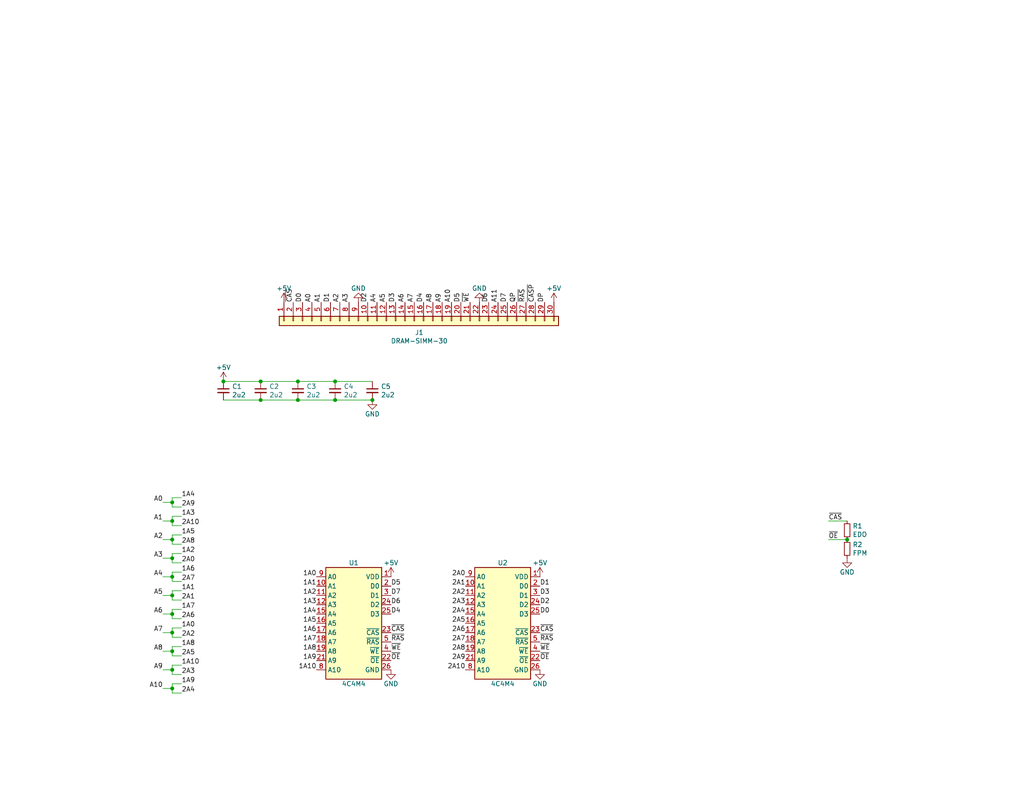
<source format=kicad_sch>
(kicad_sch (version 20230121) (generator eeschema)
  (paper "USLetter")
  (title_block (title "GW4190A") (date "2021-06-19") (rev "2.0") (company "Garrett's Workshop"))
  (lib_symbols
    (symbol "Connector_Generic:Conn_01x30" (pin_names (offset 1.016) hide)
      (property "Reference" "J" (at 0 38.1 0))
      (property "Value" "Conn_01x30" (at 0 -40.64 0))
      (symbol "Conn_01x30_1_1"
        (rectangle (start -1.27 -37.973) (end 0 -38.227) (stroke (width 0.1524)))
        (rectangle (start -1.27 -35.433) (end 0 -35.687) (stroke (width 0.1524)))
        (rectangle (start -1.27 -32.893) (end 0 -33.147) (stroke (width 0.1524)))
        (rectangle (start -1.27 -30.353) (end 0 -30.607) (stroke (width 0.1524)))
        (rectangle (start -1.27 -27.813) (end 0 -28.067) (stroke (width 0.1524)))
        (rectangle (start -1.27 -25.273) (end 0 -25.527) (stroke (width 0.1524)))
        (rectangle (start -1.27 -22.733) (end 0 -22.987) (stroke (width 0.1524)))
        (rectangle (start -1.27 -20.193) (end 0 -20.447) (stroke (width 0.1524)))
        (rectangle (start -1.27 -17.653) (end 0 -17.907) (stroke (width 0.1524)))
        (rectangle (start -1.27 -15.113) (end 0 -15.367) (stroke (width 0.1524)))
        (rectangle (start -1.27 -12.573) (end 0 -12.827) (stroke (width 0.1524)))
        (rectangle (start -1.27 -10.033) (end 0 -10.287) (stroke (width 0.1524)))
        (rectangle (start -1.27 -7.493) (end 0 -7.747) (stroke (width 0.1524)))
        (rectangle (start -1.27 -4.953) (end 0 -5.207) (stroke (width 0.1524)))
        (rectangle (start -1.27 -2.413) (end 0 -2.667) (stroke (width 0.1524)))
        (rectangle (start -1.27 0.127) (end 0 -0.127) (stroke (width 0.1524)))
        (rectangle (start -1.27 2.667) (end 0 2.413) (stroke (width 0.1524)))
        (rectangle (start -1.27 5.207) (end 0 4.953) (stroke (width 0.1524)))
        (rectangle (start -1.27 7.747) (end 0 7.493) (stroke (width 0.1524)))
        (rectangle (start -1.27 10.287) (end 0 10.033) (stroke (width 0.1524)))
        (rectangle (start -1.27 12.827) (end 0 12.573) (stroke (width 0.1524)))
        (rectangle (start -1.27 15.367) (end 0 15.113) (stroke (width 0.1524)))
        (rectangle (start -1.27 17.907) (end 0 17.653) (stroke (width 0.1524)))
        (rectangle (start -1.27 20.447) (end 0 20.193) (stroke (width 0.1524)))
        (rectangle (start -1.27 22.987) (end 0 22.733) (stroke (width 0.1524)))
        (rectangle (start -1.27 25.527) (end 0 25.273) (stroke (width 0.1524)))
        (rectangle (start -1.27 28.067) (end 0 27.813) (stroke (width 0.1524)))
        (rectangle (start -1.27 30.607) (end 0 30.353) (stroke (width 0.1524)))
        (rectangle (start -1.27 33.147) (end 0 32.893) (stroke (width 0.1524)))
        (rectangle (start -1.27 35.687) (end 0 35.433) (stroke (width 0.1524)))
        (rectangle (start -1.27 36.83) (end 1.27 -39.37) (stroke (width 0.254)) (fill (type background)))
        (pin passive line (at -5.08 35.56 0) (length 3.81) (name "Pin_1") (number "1"))
        (pin passive line (at -5.08 12.7 0) (length 3.81) (name "Pin_10") (number "10"))
        (pin passive line (at -5.08 10.16 0) (length 3.81) (name "Pin_11") (number "11"))
        (pin passive line (at -5.08 7.62 0) (length 3.81) (name "Pin_12") (number "12"))
        (pin passive line (at -5.08 5.08 0) (length 3.81) (name "Pin_13") (number "13"))
        (pin passive line (at -5.08 2.54 0) (length 3.81) (name "Pin_14") (number "14"))
        (pin passive line (at -5.08 0 0) (length 3.81) (name "Pin_15") (number "15"))
        (pin passive line (at -5.08 -2.54 0) (length 3.81) (name "Pin_16") (number "16"))
        (pin passive line (at -5.08 -5.08 0) (length 3.81) (name "Pin_17") (number "17"))
        (pin passive line (at -5.08 -7.62 0) (length 3.81) (name "Pin_18") (number "18"))
        (pin passive line (at -5.08 -10.16 0) (length 3.81) (name "Pin_19") (number "19"))
        (pin passive line (at -5.08 33.02 0) (length 3.81) (name "Pin_2") (number "2"))
        (pin passive line (at -5.08 -12.7 0) (length 3.81) (name "Pin_20") (number "20"))
        (pin passive line (at -5.08 -15.24 0) (length 3.81) (name "Pin_21") (number "21"))
        (pin passive line (at -5.08 -17.78 0) (length 3.81) (name "Pin_22") (number "22"))
        (pin passive line (at -5.08 -20.32 0) (length 3.81) (name "Pin_23") (number "23"))
        (pin passive line (at -5.08 -22.86 0) (length 3.81) (name "Pin_24") (number "24"))
        (pin passive line (at -5.08 -25.4 0) (length 3.81) (name "Pin_25") (number "25"))
        (pin passive line (at -5.08 -27.94 0) (length 3.81) (name "Pin_26") (number "26"))
        (pin passive line (at -5.08 -30.48 0) (length 3.81) (name "Pin_27") (number "27"))
        (pin passive line (at -5.08 -33.02 0) (length 3.81) (name "Pin_28") (number "28"))
        (pin passive line (at -5.08 -35.56 0) (length 3.81) (name "Pin_29") (number "29"))
        (pin passive line (at -5.08 30.48 0) (length 3.81) (name "Pin_3") (number "3"))
        (pin passive line (at -5.08 -38.1 0) (length 3.81) (name "Pin_30") (number "30"))
        (pin passive line (at -5.08 27.94 0) (length 3.81) (name "Pin_4") (number "4"))
        (pin passive line (at -5.08 25.4 0) (length 3.81) (name "Pin_5") (number "5"))
        (pin passive line (at -5.08 22.86 0) (length 3.81) (name "Pin_6") (number "6"))
        (pin passive line (at -5.08 20.32 0) (length 3.81) (name "Pin_7") (number "7"))
        (pin passive line (at -5.08 17.78 0) (length 3.81) (name "Pin_8") (number "8"))
        (pin passive line (at -5.08 15.24 0) (length 3.81) (name "Pin_9") (number "9"))
      )
    )
    (symbol "Device:C_Small" (pin_numbers hide) (pin_names (offset 0.254) hide)
      (property "Reference" "C" (at 0.254 1.778 0))
      (property "Value" "C_Small" (at 0.254 -2.032 0))
      (symbol "C_Small_0_1"
        (polyline (pts (xy -1.524 -0.508) (xy 1.524 -0.508)) (stroke (width 0.3302)))
        (polyline (pts (xy -1.524 0.508) (xy 1.524 0.508)) (stroke (width 0.3048)))
      )
      (symbol "C_Small_1_1"
        (pin passive line (at 0 2.54 270) (length 2.032) (name "~") (number "1"))
        (pin passive line (at 0 -2.54 90) (length 2.032) (name "~") (number "2"))
      )
    )
    (symbol "Device:R_Small" (pin_numbers hide) (pin_names (offset 0.254) hide)
      (property "Reference" "R" (at 0.762 0.508 0))
      (property "Value" "R_Small" (at 0.762 -1.016 0))
      (symbol "R_Small_0_1"
        (rectangle (start -0.762 1.778) (end 0.762 -1.778) (stroke (width 0.2032)))
      )
      (symbol "R_Small_1_1"
        (pin passive line (at 0 2.54 270) (length 0.762) (name "~") (number "1"))
        (pin passive line (at 0 -2.54 90) (length 0.762) (name "~") (number "2"))
      )
    )
    (symbol "GW_RAM:DRAM-4Mx4-SOP-24"
      (property "Reference" "U" (at 0 16.51 0))
      (property "Value" "DRAM-4Mx4-SOP-24" (at 0 0 90))
      (symbol "DRAM-4Mx4-SOP-24_0_1"
        (rectangle (start -7.62 15.24) (end 7.62 -15.24) (stroke (width 0.254)) (fill (type background)))
      )
      (symbol "DRAM-4Mx4-SOP-24_1_1"
        (pin power_in line (at 10.16 12.7 180) (length 2.54) (name "VDD") (number "1"))
        (pin input line (at -10.16 10.16 0) (length 2.54) (name "A1") (number "10"))
        (pin input line (at -10.16 7.62 0) (length 2.54) (name "A2") (number "11"))
        (pin input line (at -10.16 5.08 0) (length 2.54) (name "A3") (number "12"))
        (pin power_in line (at 10.16 12.7 180) (length 2.54) hide (name "VDD") (number "13"))
        (pin power_in line (at 10.16 -12.7 180) (length 2.54) hide (name "GND") (number "14"))
        (pin input line (at -10.16 2.54 0) (length 2.54) (name "A4") (number "15"))
        (pin input line (at -10.16 0 0) (length 2.54) (name "A5") (number "16"))
        (pin input line (at -10.16 -2.54 0) (length 2.54) (name "A6") (number "17"))
        (pin input line (at -10.16 -5.08 0) (length 2.54) (name "A7") (number "18"))
        (pin input line (at -10.16 -7.62 0) (length 2.54) (name "A8") (number "19"))
        (pin bidirectional line (at 10.16 10.16 180) (length 2.54) (name "D0") (number "2"))
        (pin no_connect line (at 10.16 0 180) (length 2.54) hide (name "NC") (number "20"))
        (pin input line (at -10.16 -10.16 0) (length 2.54) (name "A9") (number "21"))
        (pin input line (at 10.16 -10.16 180) (length 2.54) (name "~{OE}") (number "22"))
        (pin input line (at 10.16 -2.54 180) (length 2.54) (name "~{CAS}") (number "23"))
        (pin bidirectional line (at 10.16 5.08 180) (length 2.54) (name "D2") (number "24"))
        (pin bidirectional line (at 10.16 2.54 180) (length 2.54) (name "D3") (number "25"))
        (pin power_in line (at 10.16 -12.7 180) (length 2.54) (name "GND") (number "26"))
        (pin bidirectional line (at 10.16 7.62 180) (length 2.54) (name "D1") (number "3"))
        (pin input line (at 10.16 -7.62 180) (length 2.54) (name "~{WE}") (number "4"))
        (pin input line (at 10.16 -5.08 180) (length 2.54) (name "~{RAS}") (number "5"))
        (pin no_connect line (at 10.16 0 180) (length 2.54) hide (name "NC") (number "7"))
        (pin input line (at -10.16 -12.7 0) (length 2.54) (name "A10") (number "8"))
        (pin input line (at -10.16 12.7 0) (length 2.54) (name "A0") (number "9"))
      )
    )
    (symbol "power:+5V" (power) (pin_names (offset 0))
      (property "Value" "+5V" (at 0 3.556 0))
      (symbol "+5V_0_1"
        (polyline (pts (xy -0.762 1.27) (xy 0 2.54)))
        (polyline (pts (xy 0 0) (xy 0 2.54)))
        (polyline (pts (xy 0 2.54) (xy 0.762 1.27)))
      )
      (symbol "+5V_1_1"
        (pin power_in line (at 0 0 90) (length 0) hide (name "+5V") (number "1"))
      )
    )
    (symbol "power:GND" (power) (pin_names (offset 0))
      (property "Value" "GND" (at 0 -3.81 0))
      (symbol "GND_0_1"
        (polyline (pts (xy 0 0) (xy 0 -1.27) (xy 1.27 -1.27) (xy 0 -2.54) (xy -1.27 -1.27) (xy 0 -1.27)))
      )
      (symbol "GND_1_1"
        (pin power_in line (at 0 0 270) (length 0) hide (name "GND") (number "1"))
      )
    )
  )
  (junction (at 46.99 172.72))
  (junction (at 231.14 147.32))
  (junction (at 46.99 157.48))
  (junction (at 46.99 187.96))
  (junction (at 81.28 109.22))
  (junction (at 91.44 109.22))
  (junction (at 81.28 104.14))
  (junction (at 46.99 137.16))
  (junction (at 46.99 177.8))
  (junction (at 46.99 182.88))
  (junction (at 46.99 147.32))
  (junction (at 46.99 167.64))
  (junction (at 46.99 152.4))
  (junction (at 71.12 104.14))
  (junction (at 46.99 162.56))
  (junction (at 71.12 109.22))
  (junction (at 91.44 104.14))
  (junction (at 101.6 109.22))
  (junction (at 46.99 142.24))
  (junction (at 60.96 104.14))
  (wire (pts (xy 44.45 162.56) (xy 46.99 162.56)))
  (wire (pts (xy 44.45 172.72) (xy 46.99 172.72)))
  (wire (pts (xy 46.99 167.64) (xy 46.99 166.37)))
  (wire (pts (xy 44.45 157.48) (xy 46.99 157.48)))
  (wire (pts (xy 44.45 177.8) (xy 46.99 177.8)))
  (wire (pts (xy 46.99 152.4) (xy 46.99 151.13)))
  (wire (pts (xy 46.99 182.88) (xy 46.99 184.15)))
  (wire (pts (xy 46.99 161.29) (xy 49.53 161.29)))
  (wire (pts (xy 46.99 138.43) (xy 49.53 138.43)))
  (wire (pts (xy 46.99 147.32) (xy 46.99 146.05)))
  (wire (pts (xy 46.99 157.48) (xy 46.99 156.21)))
  (wire (pts (xy 46.99 142.24) (xy 46.99 143.51)))
  (wire (pts (xy 71.12 109.22) (xy 81.28 109.22)))
  (wire (pts (xy 46.99 162.56) (xy 46.99 161.29)))
  (wire (pts (xy 231.14 147.32) (xy 226.06 147.32)))
  (wire (pts (xy 46.99 172.72) (xy 46.99 173.99)))
  (wire (pts (xy 46.99 168.91) (xy 49.53 168.91)))
  (wire (pts (xy 44.45 142.24) (xy 46.99 142.24)))
  (wire (pts (xy 46.99 172.72) (xy 46.99 171.45)))
  (wire (pts (xy 46.99 158.75) (xy 49.53 158.75)))
  (wire (pts (xy 46.99 137.16) (xy 46.99 138.43)))
  (wire (pts (xy 71.12 109.22) (xy 60.96 109.22)))
  (wire (pts (xy 46.99 177.8) (xy 46.99 179.07)))
  (wire (pts (xy 46.99 143.51) (xy 49.53 143.51)))
  (wire (pts (xy 46.99 157.48) (xy 46.99 158.75)))
  (wire (pts (xy 81.28 104.14) (xy 71.12 104.14)))
  (wire (pts (xy 46.99 142.24) (xy 46.99 140.97)))
  (wire (pts (xy 46.99 177.8) (xy 46.99 176.53)))
  (wire (pts (xy 46.99 181.61) (xy 49.53 181.61)))
  (wire (pts (xy 44.45 152.4) (xy 46.99 152.4)))
  (wire (pts (xy 46.99 167.64) (xy 46.99 168.91)))
  (wire (pts (xy 101.6 104.14) (xy 91.44 104.14)))
  (wire (pts (xy 46.99 176.53) (xy 49.53 176.53)))
  (wire (pts (xy 46.99 140.97) (xy 49.53 140.97)))
  (wire (pts (xy 46.99 135.89) (xy 49.53 135.89)))
  (wire (pts (xy 46.99 179.07) (xy 49.53 179.07)))
  (wire (pts (xy 91.44 104.14) (xy 81.28 104.14)))
  (wire (pts (xy 46.99 151.13) (xy 49.53 151.13)))
  (wire (pts (xy 46.99 163.83) (xy 49.53 163.83)))
  (wire (pts (xy 44.45 147.32) (xy 46.99 147.32)))
  (wire (pts (xy 44.45 182.88) (xy 46.99 182.88)))
  (wire (pts (xy 46.99 156.21) (xy 49.53 156.21)))
  (wire (pts (xy 46.99 189.23) (xy 49.53 189.23)))
  (wire (pts (xy 46.99 153.67) (xy 49.53 153.67)))
  (wire (pts (xy 46.99 187.96) (xy 46.99 186.69)))
  (wire (pts (xy 46.99 146.05) (xy 49.53 146.05)))
  (wire (pts (xy 46.99 184.15) (xy 49.53 184.15)))
  (wire (pts (xy 46.99 152.4) (xy 46.99 153.67)))
  (wire (pts (xy 46.99 147.32) (xy 46.99 148.59)))
  (wire (pts (xy 46.99 162.56) (xy 46.99 163.83)))
  (wire (pts (xy 46.99 187.96) (xy 46.99 189.23)))
  (wire (pts (xy 46.99 173.99) (xy 49.53 173.99)))
  (wire (pts (xy 46.99 137.16) (xy 46.99 135.89)))
  (wire (pts (xy 46.99 171.45) (xy 49.53 171.45)))
  (wire (pts (xy 60.96 104.14) (xy 71.12 104.14)))
  (wire (pts (xy 81.28 109.22) (xy 91.44 109.22)))
  (wire (pts (xy 44.45 167.64) (xy 46.99 167.64)))
  (wire (pts (xy 46.99 166.37) (xy 49.53 166.37)))
  (wire (pts (xy 46.99 186.69) (xy 49.53 186.69)))
  (wire (pts (xy 44.45 137.16) (xy 46.99 137.16)))
  (wire (pts (xy 46.99 148.59) (xy 49.53 148.59)))
  (wire (pts (xy 44.45 187.96) (xy 46.99 187.96)))
  (wire (pts (xy 226.06 142.24) (xy 231.14 142.24)))
  (wire (pts (xy 91.44 109.22) (xy 101.6 109.22)))
  (wire (pts (xy 46.99 182.88) (xy 46.99 181.61)))
  (label "~{OE}" (at 226.06 147.32 0))
  (label "A2" (at 92.71 82.55 90))
  (label "1A8" (at 49.53 176.53 0))
  (label "~{CAS}" (at 147.32 172.72 0))
  (label "~{WE}" (at 128.27 82.55 90))
  (label "~{OE}" (at 106.68 180.34 0))
  (label "1A4" (at 86.36 167.64 180))
  (label "~{CAS}" (at 106.68 172.72 0))
  (label "D5" (at 106.68 160.02 0))
  (label "~{CASP}" (at 146.05 82.55 90))
  (label "D5" (at 125.73 82.55 90))
  (label "1A1" (at 49.53 161.29 0))
  (label "A5" (at 105.41 82.55 90))
  (label "1A0" (at 86.36 157.48 180))
  (label "~{WE}" (at 106.68 177.8 0))
  (label "A10" (at 123.19 82.55 90))
  (label "1A1" (at 86.36 160.02 180))
  (label "~{RAS}" (at 106.68 175.26 0))
  (label "2A10" (at 49.53 143.51 0))
  (label "A3" (at 95.25 82.55 90))
  (label "D1" (at 90.17 82.55 90))
  (label "A0" (at 44.45 137.16 180))
  (label "A11" (at 135.89 82.55 90))
  (label "1A10" (at 86.36 182.88 180))
  (label "A7" (at 113.03 82.55 90))
  (label "2A3" (at 49.53 184.15 0))
  (label "1A7" (at 86.36 175.26 180))
  (label "A1" (at 44.45 142.24 180))
  (label "1A8" (at 86.36 177.8 180))
  (label "2A7" (at 127 175.26 180))
  (label "1A5" (at 49.53 146.05 0))
  (label "A0" (at 85.09 82.55 90))
  (label "~{CAS}" (at 226.06 142.24 0))
  (label "1A3" (at 49.53 140.97 0))
  (label "D4" (at 106.68 167.64 0))
  (label "D7" (at 138.43 82.55 90))
  (label "2A5" (at 49.53 179.07 0))
  (label "A8" (at 118.11 82.55 90))
  (label "1A2" (at 49.53 151.13 0))
  (label "2A8" (at 49.53 148.59 0))
  (label "A7" (at 44.45 172.72 180))
  (label "D1" (at 147.32 160.02 0))
  (label "A10" (at 44.45 187.96 180))
  (label "~{RAS}" (at 147.32 175.26 0))
  (label "2A0" (at 127 157.48 180))
  (label "2A6" (at 49.53 168.91 0))
  (label "A1" (at 87.63 82.55 90))
  (label "1A9" (at 86.36 180.34 180))
  (label "2A0" (at 49.53 153.67 0))
  (label "QP" (at 140.97 82.55 90))
  (label "1A6" (at 86.36 172.72 180))
  (label "D2" (at 147.32 165.1 0))
  (label "A4" (at 44.45 157.48 180))
  (label "2A8" (at 127 177.8 180))
  (label "~{CAS}" (at 80.01 82.55 90))
  (label "1A0" (at 49.53 171.45 0))
  (label "D2" (at 100.33 82.55 90))
  (label "2A9" (at 49.53 138.43 0))
  (label "2A5" (at 127 170.18 180))
  (label "2A4" (at 127 167.64 180))
  (label "A8" (at 44.45 177.8 180))
  (label "1A10" (at 49.53 181.61 0))
  (label "2A1" (at 127 160.02 180))
  (label "D6" (at 106.68 165.1 0))
  (label "1A5" (at 86.36 170.18 180))
  (label "1A2" (at 86.36 162.56 180))
  (label "2A4" (at 49.53 189.23 0))
  (label "A2" (at 44.45 147.32 180))
  (label "D0" (at 147.32 167.64 0))
  (label "A9" (at 120.65 82.55 90))
  (label "A9" (at 44.45 182.88 180))
  (label "A5" (at 44.45 162.56 180))
  (label "2A7" (at 49.53 158.75 0))
  (label "A6" (at 44.45 167.64 180))
  (label "2A2" (at 49.53 173.99 0))
  (label "2A6" (at 127 172.72 180))
  (label "2A9" (at 127 180.34 180))
  (label "2A10" (at 127 182.88 180))
  (label "D0" (at 82.55 82.55 90))
  (label "A4" (at 102.87 82.55 90))
  (label "1A6" (at 49.53 156.21 0))
  (label "D3" (at 147.32 162.56 0))
  (label "1A4" (at 49.53 135.89 0))
  (label "D7" (at 106.68 162.56 0))
  (label "D4" (at 115.57 82.55 90))
  (label "1A7" (at 49.53 166.37 0))
  (label "A6" (at 110.49 82.55 90))
  (label "1A3" (at 86.36 165.1 180))
  (label "A3" (at 44.45 152.4 180))
  (label "1A9" (at 49.53 186.69 0))
  (label "~{OE}" (at 147.32 180.34 0))
  (label "~{WE}" (at 147.32 177.8 0))
  (label "DP" (at 148.59 82.55 90))
  (label "D6" (at 133.35 82.55 90))
  (label "~{RAS}" (at 143.51 82.55 90))
  (label "2A1" (at 49.53 163.83 0))
  (label "2A3" (at 127 165.1 180))
  (label "2A2" (at 127 162.56 180))
  (label "D3" (at 107.95 82.55 90))
  (symbol (lib_id "Connector_Generic:Conn_01x30") (at 113.03 87.63 90) (mirror x) (unit 1)
    (property "Reference" "J1" (at 114.4016 90.7796 90))
    (property "Value" "DRAM-SIMM-30" (at 114.4016 93.091 90))
    (property "Footprint" "stdpads:SIMM-30_Edge" (effects hide))
  )
  (symbol (lib_id "power:+5V") (at 151.13 82.55 0) (unit 1)
    (property "Reference" "#PWR0101" (effects hide))
    (property "Value" "+5V" (at 151.13 78.74 0))
  )
  (symbol (lib_id "power:+5V") (at 77.47 82.55 0) (unit 1)
    (property "Reference" "#PWR0102" (effects hide))
    (property "Value" "+5V" (at 77.47 78.74 0))
  )
  (symbol (lib_id "power:GND") (at 130.81 82.55 180) (unit 1)
    (property "Reference" "#PWR0103" (effects hide))
    (property "Value" "GND" (at 130.81 78.74 0))
  )
  (symbol (lib_id "power:GND") (at 97.79 82.55 180) (unit 1)
    (property "Reference" "#PWR0104" (effects hide))
    (property "Value" "GND" (at 97.79 78.74 0))
  )
  (symbol (lib_id "Device:C_Small") (at 60.96 106.68 0) (unit 1)
    (property "Reference" "C1" (at 63.2968 105.5116 0) (effects (justify left)))
    (property "Value" "2u2" (at 63.2968 107.823 0) (effects (justify left)))
    (property "Footprint" "stdpads:C_0805" (effects hide))
  )
  (symbol (lib_id "Device:C_Small") (at 71.12 106.68 0) (unit 1)
    (property "Reference" "C2" (at 73.4568 105.5116 0) (effects (justify left)))
    (property "Value" "2u2" (at 73.4568 107.823 0) (effects (justify left)))
    (property "Footprint" "stdpads:C_0805" (effects hide))
  )
  (symbol (lib_id "power:+5V") (at 60.96 104.14 0) (unit 1)
    (property "Reference" "#PWR0113" (effects hide))
    (property "Value" "+5V" (at 60.96 100.33 0))
  )
  (symbol (lib_id "Device:C_Small") (at 81.28 106.68 0) (unit 1)
    (property "Reference" "C3" (at 83.6168 105.5116 0) (effects (justify left)))
    (property "Value" "2u2" (at 83.6168 107.823 0) (effects (justify left)))
    (property "Footprint" "stdpads:C_0805" (effects hide))
  )
  (symbol (lib_id "Device:C_Small") (at 91.44 106.68 0) (unit 1)
    (property "Reference" "C4" (at 93.7768 105.5116 0) (effects (justify left)))
    (property "Value" "2u2" (at 93.7768 107.823 0) (effects (justify left)))
    (property "Footprint" "stdpads:C_0805" (effects hide))
  )
  (symbol (lib_id "GW_RAM:DRAM-4Mx4-SOP-24") (at 96.52 170.18 0) (unit 1)
    (property "Reference" "U1" (at 96.52 153.67 0))
    (property "Value" "4C4M4" (at 96.52 186.69 0))
    (property "Footprint" "stdpads:SOP-24-26_300mil" (effects hide))
    (property "Datasheet" "https://www.alliancememory.com/wp-content/uploads/pdf/AS6C8008.pdf" (effects hide))
  )
  (symbol (lib_id "power:GND") (at 106.68 182.88 0) (unit 1)
    (property "Reference" "#PWR0105" (effects hide))
    (property "Value" "GND" (at 106.68 186.69 0))
  )
  (symbol (lib_id "power:+5V") (at 106.68 157.48 0) (unit 1)
    (property "Reference" "#PWR0106" (effects hide))
    (property "Value" "+5V" (at 106.68 153.67 0))
  )
  (symbol (lib_id "GW_RAM:DRAM-4Mx4-SOP-24") (at 137.16 170.18 0) (unit 1)
    (property "Reference" "U2" (at 137.16 153.67 0))
    (property "Value" "4C4M4" (at 137.16 186.69 0))
    (property "Footprint" "stdpads:SOP-24-26_300mil" (effects hide))
    (property "Datasheet" "https://www.alliancememory.com/wp-content/uploads/pdf/AS6C8008.pdf" (effects hide))
  )
  (symbol (lib_id "power:GND") (at 147.32 182.88 0) (unit 1)
    (property "Reference" "#PWR0108" (effects hide))
    (property "Value" "GND" (at 147.32 186.69 0))
  )
  (symbol (lib_id "power:+5V") (at 147.32 157.48 0) (unit 1)
    (property "Reference" "#PWR0109" (effects hide))
    (property "Value" "+5V" (at 147.32 153.67 0))
  )
  (symbol (lib_id "power:GND") (at 101.6 109.22 0) (unit 1)
    (property "Reference" "#PWR0110" (effects hide))
    (property "Value" "GND" (at 101.6 113.03 0))
  )
  (symbol (lib_id "Device:C_Small") (at 101.6 106.68 0) (unit 1)
    (property "Reference" "C5" (at 103.9368 105.5116 0) (effects (justify left)))
    (property "Value" "2u2" (at 103.9368 107.823 0) (effects (justify left)))
    (property "Footprint" "stdpads:C_0805" (effects hide))
  )
  (symbol (lib_id "Device:R_Small") (at 231.14 149.86 0) (unit 1)
    (property "Reference" "R2" (at 232.6386 148.6916 0) (effects (justify left)))
    (property "Value" "FPM" (at 232.6386 151.003 0) (effects (justify left)))
    (property "Footprint" "stdpads:R_0805" (effects hide))
  )
  (symbol (lib_id "Device:R_Small") (at 231.14 144.78 0) (unit 1)
    (property "Reference" "R1" (at 232.6386 143.6116 0) (effects (justify left)))
    (property "Value" "EDO" (at 232.6386 145.923 0) (effects (justify left)))
    (property "Footprint" "stdpads:R_0805" (effects hide))
  )
  (symbol (lib_id "power:GND") (at 231.14 152.4 0) (unit 1)
    (property "Reference" "#PWR0115" (effects hide))
    (property "Value" "GND" (at 231.14 156.21 0))
  )
)
</source>
